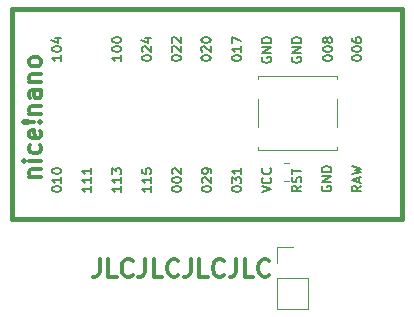
<source format=gbr>
%TF.GenerationSoftware,KiCad,Pcbnew,5.1.8*%
%TF.CreationDate,2020-12-03T05:05:08-06:00*%
%TF.ProjectId,fistion,66697374-696f-46e2-9e6b-696361645f70,rev?*%
%TF.SameCoordinates,Original*%
%TF.FileFunction,Legend,Top*%
%TF.FilePolarity,Positive*%
%FSLAX46Y46*%
G04 Gerber Fmt 4.6, Leading zero omitted, Abs format (unit mm)*
G04 Created by KiCad (PCBNEW 5.1.8) date 2020-12-03 05:05:08*
%MOMM*%
%LPD*%
G01*
G04 APERTURE LIST*
%ADD10C,0.300000*%
%ADD11C,0.120000*%
%ADD12C,0.381000*%
%ADD13C,0.150000*%
G04 APERTURE END LIST*
D10*
X134171428Y-99778571D02*
X134171428Y-100850000D01*
X134100000Y-101064285D01*
X133957142Y-101207142D01*
X133742857Y-101278571D01*
X133600000Y-101278571D01*
X135600000Y-101278571D02*
X134885714Y-101278571D01*
X134885714Y-99778571D01*
X136957142Y-101135714D02*
X136885714Y-101207142D01*
X136671428Y-101278571D01*
X136528571Y-101278571D01*
X136314285Y-101207142D01*
X136171428Y-101064285D01*
X136100000Y-100921428D01*
X136028571Y-100635714D01*
X136028571Y-100421428D01*
X136100000Y-100135714D01*
X136171428Y-99992857D01*
X136314285Y-99850000D01*
X136528571Y-99778571D01*
X136671428Y-99778571D01*
X136885714Y-99850000D01*
X136957142Y-99921428D01*
X138028571Y-99778571D02*
X138028571Y-100850000D01*
X137957142Y-101064285D01*
X137814285Y-101207142D01*
X137600000Y-101278571D01*
X137457142Y-101278571D01*
X139457142Y-101278571D02*
X138742857Y-101278571D01*
X138742857Y-99778571D01*
X140814285Y-101135714D02*
X140742857Y-101207142D01*
X140528571Y-101278571D01*
X140385714Y-101278571D01*
X140171428Y-101207142D01*
X140028571Y-101064285D01*
X139957142Y-100921428D01*
X139885714Y-100635714D01*
X139885714Y-100421428D01*
X139957142Y-100135714D01*
X140028571Y-99992857D01*
X140171428Y-99850000D01*
X140385714Y-99778571D01*
X140528571Y-99778571D01*
X140742857Y-99850000D01*
X140814285Y-99921428D01*
X141885714Y-99778571D02*
X141885714Y-100850000D01*
X141814285Y-101064285D01*
X141671428Y-101207142D01*
X141457142Y-101278571D01*
X141314285Y-101278571D01*
X143314285Y-101278571D02*
X142600000Y-101278571D01*
X142600000Y-99778571D01*
X144671428Y-101135714D02*
X144600000Y-101207142D01*
X144385714Y-101278571D01*
X144242857Y-101278571D01*
X144028571Y-101207142D01*
X143885714Y-101064285D01*
X143814285Y-100921428D01*
X143742857Y-100635714D01*
X143742857Y-100421428D01*
X143814285Y-100135714D01*
X143885714Y-99992857D01*
X144028571Y-99850000D01*
X144242857Y-99778571D01*
X144385714Y-99778571D01*
X144600000Y-99850000D01*
X144671428Y-99921428D01*
X145742857Y-99778571D02*
X145742857Y-100850000D01*
X145671428Y-101064285D01*
X145528571Y-101207142D01*
X145314285Y-101278571D01*
X145171428Y-101278571D01*
X147171428Y-101278571D02*
X146457142Y-101278571D01*
X146457142Y-99778571D01*
X148528571Y-101135714D02*
X148457142Y-101207142D01*
X148242857Y-101278571D01*
X148100000Y-101278571D01*
X147885714Y-101207142D01*
X147742857Y-101064285D01*
X147671428Y-100921428D01*
X147600000Y-100635714D01*
X147600000Y-100421428D01*
X147671428Y-100135714D01*
X147742857Y-99992857D01*
X147885714Y-99850000D01*
X148100000Y-99778571D01*
X148242857Y-99778571D01*
X148457142Y-99850000D01*
X148528571Y-99921428D01*
D11*
%TO.C,J4*%
X149170000Y-103970000D02*
X151830000Y-103970000D01*
X149170000Y-101370000D02*
X149170000Y-103970000D01*
X151830000Y-101370000D02*
X151830000Y-103970000D01*
X149170000Y-101370000D02*
X151830000Y-101370000D01*
X149170000Y-100100000D02*
X149170000Y-98770000D01*
X149170000Y-98770000D02*
X150500000Y-98770000D01*
%TO.C,PUSH2*%
X147550000Y-90500000D02*
X147550000Y-90300000D01*
X147550000Y-84300000D02*
X147550000Y-84500000D01*
X154250000Y-84300000D02*
X154250000Y-84500000D01*
X154250000Y-90500000D02*
X154250000Y-90300000D01*
X154250000Y-88600000D02*
X154250000Y-86200000D01*
X147550000Y-88600000D02*
X147550000Y-86200000D01*
X147550000Y-90500000D02*
X154250000Y-90500000D01*
X154250000Y-84300000D02*
X147550000Y-84300000D01*
D12*
%TO.C,U1*%
X157240000Y-78630000D02*
X126760000Y-78630000D01*
X126760000Y-78630000D02*
X126760000Y-96410000D01*
X126760000Y-96410000D02*
X157240000Y-96410000D01*
X157240000Y-96410000D02*
X159780000Y-96410000D01*
X159780000Y-96410000D02*
X159780000Y-78630000D01*
X159780000Y-78630000D02*
X157240000Y-78630000D01*
D11*
%TO.C,R2*%
X150227064Y-93135000D02*
X149772936Y-93135000D01*
X150227064Y-91665000D02*
X149772936Y-91665000D01*
%TO.C,U1*%
D10*
X128216571Y-92809714D02*
X129216571Y-92809714D01*
X128359428Y-92809714D02*
X128288000Y-92738285D01*
X128216571Y-92595428D01*
X128216571Y-92381142D01*
X128288000Y-92238285D01*
X128430857Y-92166857D01*
X129216571Y-92166857D01*
X129216571Y-91452571D02*
X128216571Y-91452571D01*
X127716571Y-91452571D02*
X127788000Y-91524000D01*
X127859428Y-91452571D01*
X127788000Y-91381142D01*
X127716571Y-91452571D01*
X127859428Y-91452571D01*
X129145142Y-90095428D02*
X129216571Y-90238285D01*
X129216571Y-90524000D01*
X129145142Y-90666857D01*
X129073714Y-90738285D01*
X128930857Y-90809714D01*
X128502285Y-90809714D01*
X128359428Y-90738285D01*
X128288000Y-90666857D01*
X128216571Y-90524000D01*
X128216571Y-90238285D01*
X128288000Y-90095428D01*
X129145142Y-88881142D02*
X129216571Y-89024000D01*
X129216571Y-89309714D01*
X129145142Y-89452571D01*
X129002285Y-89524000D01*
X128430857Y-89524000D01*
X128288000Y-89452571D01*
X128216571Y-89309714D01*
X128216571Y-89024000D01*
X128288000Y-88881142D01*
X128430857Y-88809714D01*
X128573714Y-88809714D01*
X128716571Y-89524000D01*
X129073714Y-88166857D02*
X129145142Y-88095428D01*
X129216571Y-88166857D01*
X129145142Y-88238285D01*
X129073714Y-88166857D01*
X129216571Y-88166857D01*
X128645142Y-88166857D02*
X127788000Y-88238285D01*
X127716571Y-88166857D01*
X127788000Y-88095428D01*
X128645142Y-88166857D01*
X127716571Y-88166857D01*
X128216571Y-87452571D02*
X129216571Y-87452571D01*
X128359428Y-87452571D02*
X128288000Y-87381142D01*
X128216571Y-87238285D01*
X128216571Y-87024000D01*
X128288000Y-86881142D01*
X128430857Y-86809714D01*
X129216571Y-86809714D01*
X129216571Y-85452571D02*
X128430857Y-85452571D01*
X128288000Y-85524000D01*
X128216571Y-85666857D01*
X128216571Y-85952571D01*
X128288000Y-86095428D01*
X129145142Y-85452571D02*
X129216571Y-85595428D01*
X129216571Y-85952571D01*
X129145142Y-86095428D01*
X129002285Y-86166857D01*
X128859428Y-86166857D01*
X128716571Y-86095428D01*
X128645142Y-85952571D01*
X128645142Y-85595428D01*
X128573714Y-85452571D01*
X128216571Y-84738285D02*
X129216571Y-84738285D01*
X128359428Y-84738285D02*
X128288000Y-84666857D01*
X128216571Y-84524000D01*
X128216571Y-84309714D01*
X128288000Y-84166857D01*
X128430857Y-84095428D01*
X129216571Y-84095428D01*
X129216571Y-83166857D02*
X129145142Y-83309714D01*
X129073714Y-83381142D01*
X128930857Y-83452571D01*
X128502285Y-83452571D01*
X128359428Y-83381142D01*
X128288000Y-83309714D01*
X128216571Y-83166857D01*
X128216571Y-82952571D01*
X128288000Y-82809714D01*
X128359428Y-82738285D01*
X128502285Y-82666857D01*
X128930857Y-82666857D01*
X129073714Y-82738285D01*
X129145142Y-82809714D01*
X129216571Y-82952571D01*
X129216571Y-83166857D01*
D13*
X130131904Y-93857191D02*
X130131904Y-93781000D01*
X130170000Y-93704810D01*
X130208095Y-93666714D01*
X130284285Y-93628619D01*
X130436666Y-93590524D01*
X130627142Y-93590524D01*
X130779523Y-93628619D01*
X130855714Y-93666714D01*
X130893809Y-93704810D01*
X130931904Y-93781000D01*
X130931904Y-93857191D01*
X130893809Y-93933381D01*
X130855714Y-93971476D01*
X130779523Y-94009571D01*
X130627142Y-94047667D01*
X130436666Y-94047667D01*
X130284285Y-94009571D01*
X130208095Y-93971476D01*
X130170000Y-93933381D01*
X130131904Y-93857191D01*
X130931904Y-92828619D02*
X130931904Y-93285762D01*
X130931904Y-93057191D02*
X130131904Y-93057191D01*
X130246190Y-93133381D01*
X130322380Y-93209571D01*
X130360476Y-93285762D01*
X130131904Y-92333381D02*
X130131904Y-92257191D01*
X130170000Y-92181000D01*
X130208095Y-92142905D01*
X130284285Y-92104810D01*
X130436666Y-92066714D01*
X130627142Y-92066714D01*
X130779523Y-92104810D01*
X130855714Y-92142905D01*
X130893809Y-92181000D01*
X130931904Y-92257191D01*
X130931904Y-92333381D01*
X130893809Y-92409571D01*
X130855714Y-92447667D01*
X130779523Y-92485762D01*
X130627142Y-92523857D01*
X130436666Y-92523857D01*
X130284285Y-92485762D01*
X130208095Y-92447667D01*
X130170000Y-92409571D01*
X130131904Y-92333381D01*
X138551904Y-93590524D02*
X138551904Y-94047667D01*
X138551904Y-93819095D02*
X137751904Y-93819095D01*
X137866190Y-93895286D01*
X137942380Y-93971476D01*
X137980476Y-94047667D01*
X138551904Y-92828619D02*
X138551904Y-93285762D01*
X138551904Y-93057191D02*
X137751904Y-93057191D01*
X137866190Y-93133381D01*
X137942380Y-93209571D01*
X137980476Y-93285762D01*
X137751904Y-92104810D02*
X137751904Y-92485762D01*
X138132857Y-92523857D01*
X138094761Y-92485762D01*
X138056666Y-92409571D01*
X138056666Y-92219095D01*
X138094761Y-92142905D01*
X138132857Y-92104810D01*
X138209047Y-92066714D01*
X138399523Y-92066714D01*
X138475714Y-92104810D01*
X138513809Y-92142905D01*
X138551904Y-92219095D01*
X138551904Y-92409571D01*
X138513809Y-92485762D01*
X138475714Y-92523857D01*
X140291904Y-93857191D02*
X140291904Y-93781000D01*
X140330000Y-93704810D01*
X140368095Y-93666714D01*
X140444285Y-93628619D01*
X140596666Y-93590524D01*
X140787142Y-93590524D01*
X140939523Y-93628619D01*
X141015714Y-93666714D01*
X141053809Y-93704810D01*
X141091904Y-93781000D01*
X141091904Y-93857191D01*
X141053809Y-93933381D01*
X141015714Y-93971476D01*
X140939523Y-94009571D01*
X140787142Y-94047667D01*
X140596666Y-94047667D01*
X140444285Y-94009571D01*
X140368095Y-93971476D01*
X140330000Y-93933381D01*
X140291904Y-93857191D01*
X140291904Y-93095286D02*
X140291904Y-93019095D01*
X140330000Y-92942905D01*
X140368095Y-92904810D01*
X140444285Y-92866714D01*
X140596666Y-92828619D01*
X140787142Y-92828619D01*
X140939523Y-92866714D01*
X141015714Y-92904810D01*
X141053809Y-92942905D01*
X141091904Y-93019095D01*
X141091904Y-93095286D01*
X141053809Y-93171476D01*
X141015714Y-93209571D01*
X140939523Y-93247667D01*
X140787142Y-93285762D01*
X140596666Y-93285762D01*
X140444285Y-93247667D01*
X140368095Y-93209571D01*
X140330000Y-93171476D01*
X140291904Y-93095286D01*
X140368095Y-92523857D02*
X140330000Y-92485762D01*
X140291904Y-92409571D01*
X140291904Y-92219095D01*
X140330000Y-92142905D01*
X140368095Y-92104810D01*
X140444285Y-92066714D01*
X140520476Y-92066714D01*
X140634761Y-92104810D01*
X141091904Y-92561952D01*
X141091904Y-92066714D01*
X142831904Y-93857191D02*
X142831904Y-93781000D01*
X142870000Y-93704810D01*
X142908095Y-93666714D01*
X142984285Y-93628619D01*
X143136666Y-93590524D01*
X143327142Y-93590524D01*
X143479523Y-93628619D01*
X143555714Y-93666714D01*
X143593809Y-93704810D01*
X143631904Y-93781000D01*
X143631904Y-93857191D01*
X143593809Y-93933381D01*
X143555714Y-93971476D01*
X143479523Y-94009571D01*
X143327142Y-94047667D01*
X143136666Y-94047667D01*
X142984285Y-94009571D01*
X142908095Y-93971476D01*
X142870000Y-93933381D01*
X142831904Y-93857191D01*
X142908095Y-93285762D02*
X142870000Y-93247667D01*
X142831904Y-93171476D01*
X142831904Y-92981000D01*
X142870000Y-92904810D01*
X142908095Y-92866714D01*
X142984285Y-92828619D01*
X143060476Y-92828619D01*
X143174761Y-92866714D01*
X143631904Y-93323857D01*
X143631904Y-92828619D01*
X143631904Y-92447667D02*
X143631904Y-92295286D01*
X143593809Y-92219095D01*
X143555714Y-92181000D01*
X143441428Y-92104810D01*
X143289047Y-92066714D01*
X142984285Y-92066714D01*
X142908095Y-92104810D01*
X142870000Y-92142905D01*
X142831904Y-92219095D01*
X142831904Y-92371476D01*
X142870000Y-92447667D01*
X142908095Y-92485762D01*
X142984285Y-92523857D01*
X143174761Y-92523857D01*
X143250952Y-92485762D01*
X143289047Y-92447667D01*
X143327142Y-92371476D01*
X143327142Y-92219095D01*
X143289047Y-92142905D01*
X143250952Y-92104810D01*
X143174761Y-92066714D01*
X156331904Y-93546095D02*
X155950952Y-93812762D01*
X156331904Y-94003238D02*
X155531904Y-94003238D01*
X155531904Y-93698476D01*
X155570000Y-93622286D01*
X155608095Y-93584191D01*
X155684285Y-93546095D01*
X155798571Y-93546095D01*
X155874761Y-93584191D01*
X155912857Y-93622286D01*
X155950952Y-93698476D01*
X155950952Y-94003238D01*
X156103333Y-93241334D02*
X156103333Y-92860381D01*
X156331904Y-93317524D02*
X155531904Y-93050857D01*
X156331904Y-92784191D01*
X155531904Y-92593715D02*
X156331904Y-92403238D01*
X155760476Y-92250857D01*
X156331904Y-92098476D01*
X155531904Y-91908000D01*
X153030000Y-93584190D02*
X152991904Y-93660381D01*
X152991904Y-93774667D01*
X153030000Y-93888952D01*
X153106190Y-93965143D01*
X153182380Y-94003238D01*
X153334761Y-94041333D01*
X153449047Y-94041333D01*
X153601428Y-94003238D01*
X153677619Y-93965143D01*
X153753809Y-93888952D01*
X153791904Y-93774667D01*
X153791904Y-93698476D01*
X153753809Y-93584190D01*
X153715714Y-93546095D01*
X153449047Y-93546095D01*
X153449047Y-93698476D01*
X153791904Y-93203238D02*
X152991904Y-93203238D01*
X153791904Y-92746095D01*
X152991904Y-92746095D01*
X153791904Y-92365143D02*
X152991904Y-92365143D01*
X152991904Y-92174667D01*
X153030000Y-92060381D01*
X153106190Y-91984190D01*
X153182380Y-91946095D01*
X153334761Y-91908000D01*
X153449047Y-91908000D01*
X153601428Y-91946095D01*
X153677619Y-91984190D01*
X153753809Y-92060381D01*
X153791904Y-92174667D01*
X153791904Y-92365143D01*
X151251904Y-93546095D02*
X150870952Y-93812761D01*
X151251904Y-94003238D02*
X150451904Y-94003238D01*
X150451904Y-93698476D01*
X150490000Y-93622285D01*
X150528095Y-93584190D01*
X150604285Y-93546095D01*
X150718571Y-93546095D01*
X150794761Y-93584190D01*
X150832857Y-93622285D01*
X150870952Y-93698476D01*
X150870952Y-94003238D01*
X151213809Y-93241333D02*
X151251904Y-93127047D01*
X151251904Y-92936571D01*
X151213809Y-92860380D01*
X151175714Y-92822285D01*
X151099523Y-92784190D01*
X151023333Y-92784190D01*
X150947142Y-92822285D01*
X150909047Y-92860380D01*
X150870952Y-92936571D01*
X150832857Y-93088952D01*
X150794761Y-93165142D01*
X150756666Y-93203238D01*
X150680476Y-93241333D01*
X150604285Y-93241333D01*
X150528095Y-93203238D01*
X150490000Y-93165142D01*
X150451904Y-93088952D01*
X150451904Y-92898476D01*
X150490000Y-92784190D01*
X150451904Y-92555619D02*
X150451904Y-92098476D01*
X151251904Y-92327047D02*
X150451904Y-92327047D01*
X147911904Y-94123857D02*
X148711904Y-93857191D01*
X147911904Y-93590524D01*
X148635714Y-92866714D02*
X148673809Y-92904810D01*
X148711904Y-93019095D01*
X148711904Y-93095286D01*
X148673809Y-93209571D01*
X148597619Y-93285762D01*
X148521428Y-93323857D01*
X148369047Y-93361952D01*
X148254761Y-93361952D01*
X148102380Y-93323857D01*
X148026190Y-93285762D01*
X147950000Y-93209571D01*
X147911904Y-93095286D01*
X147911904Y-93019095D01*
X147950000Y-92904810D01*
X147988095Y-92866714D01*
X148635714Y-92066714D02*
X148673809Y-92104810D01*
X148711904Y-92219095D01*
X148711904Y-92295286D01*
X148673809Y-92409571D01*
X148597619Y-92485762D01*
X148521428Y-92523857D01*
X148369047Y-92561952D01*
X148254761Y-92561952D01*
X148102380Y-92523857D01*
X148026190Y-92485762D01*
X147950000Y-92409571D01*
X147911904Y-92295286D01*
X147911904Y-92219095D01*
X147950000Y-92104810D01*
X147988095Y-92066714D01*
X145371904Y-93857191D02*
X145371904Y-93781000D01*
X145410000Y-93704810D01*
X145448095Y-93666714D01*
X145524285Y-93628619D01*
X145676666Y-93590524D01*
X145867142Y-93590524D01*
X146019523Y-93628619D01*
X146095714Y-93666714D01*
X146133809Y-93704810D01*
X146171904Y-93781000D01*
X146171904Y-93857191D01*
X146133809Y-93933381D01*
X146095714Y-93971476D01*
X146019523Y-94009571D01*
X145867142Y-94047667D01*
X145676666Y-94047667D01*
X145524285Y-94009571D01*
X145448095Y-93971476D01*
X145410000Y-93933381D01*
X145371904Y-93857191D01*
X145371904Y-93323857D02*
X145371904Y-92828619D01*
X145676666Y-93095286D01*
X145676666Y-92981000D01*
X145714761Y-92904810D01*
X145752857Y-92866714D01*
X145829047Y-92828619D01*
X146019523Y-92828619D01*
X146095714Y-92866714D01*
X146133809Y-92904810D01*
X146171904Y-92981000D01*
X146171904Y-93209571D01*
X146133809Y-93285762D01*
X146095714Y-93323857D01*
X146171904Y-92066714D02*
X146171904Y-92523857D01*
X146171904Y-92295286D02*
X145371904Y-92295286D01*
X145486190Y-92371476D01*
X145562380Y-92447667D01*
X145600476Y-92523857D01*
X136011904Y-93590524D02*
X136011904Y-94047667D01*
X136011904Y-93819095D02*
X135211904Y-93819095D01*
X135326190Y-93895286D01*
X135402380Y-93971476D01*
X135440476Y-94047667D01*
X136011904Y-92828619D02*
X136011904Y-93285762D01*
X136011904Y-93057191D02*
X135211904Y-93057191D01*
X135326190Y-93133381D01*
X135402380Y-93209571D01*
X135440476Y-93285762D01*
X135211904Y-92561952D02*
X135211904Y-92066714D01*
X135516666Y-92333381D01*
X135516666Y-92219095D01*
X135554761Y-92142905D01*
X135592857Y-92104810D01*
X135669047Y-92066714D01*
X135859523Y-92066714D01*
X135935714Y-92104810D01*
X135973809Y-92142905D01*
X136011904Y-92219095D01*
X136011904Y-92447667D01*
X135973809Y-92523857D01*
X135935714Y-92561952D01*
X133471904Y-93590524D02*
X133471904Y-94047667D01*
X133471904Y-93819095D02*
X132671904Y-93819095D01*
X132786190Y-93895286D01*
X132862380Y-93971476D01*
X132900476Y-94047667D01*
X133471904Y-92828619D02*
X133471904Y-93285762D01*
X133471904Y-93057191D02*
X132671904Y-93057191D01*
X132786190Y-93133381D01*
X132862380Y-93209571D01*
X132900476Y-93285762D01*
X133471904Y-92066714D02*
X133471904Y-92523857D01*
X133471904Y-92295286D02*
X132671904Y-92295286D01*
X132786190Y-92371476D01*
X132862380Y-92447667D01*
X132900476Y-92523857D01*
X130931904Y-82516143D02*
X130931904Y-82973286D01*
X130931904Y-82744714D02*
X130131904Y-82744714D01*
X130246190Y-82820905D01*
X130322380Y-82897095D01*
X130360476Y-82973286D01*
X130131904Y-82020905D02*
X130131904Y-81944714D01*
X130170000Y-81868524D01*
X130208095Y-81830429D01*
X130284285Y-81792333D01*
X130436666Y-81754238D01*
X130627142Y-81754238D01*
X130779523Y-81792333D01*
X130855714Y-81830429D01*
X130893809Y-81868524D01*
X130931904Y-81944714D01*
X130931904Y-82020905D01*
X130893809Y-82097095D01*
X130855714Y-82135190D01*
X130779523Y-82173286D01*
X130627142Y-82211381D01*
X130436666Y-82211381D01*
X130284285Y-82173286D01*
X130208095Y-82135190D01*
X130170000Y-82097095D01*
X130131904Y-82020905D01*
X130398571Y-81068524D02*
X130931904Y-81068524D01*
X130093809Y-81259000D02*
X130665238Y-81449476D01*
X130665238Y-80954238D01*
X136011904Y-82516143D02*
X136011904Y-82973286D01*
X136011904Y-82744714D02*
X135211904Y-82744714D01*
X135326190Y-82820905D01*
X135402380Y-82897095D01*
X135440476Y-82973286D01*
X135211904Y-82020905D02*
X135211904Y-81944714D01*
X135250000Y-81868524D01*
X135288095Y-81830429D01*
X135364285Y-81792333D01*
X135516666Y-81754238D01*
X135707142Y-81754238D01*
X135859523Y-81792333D01*
X135935714Y-81830429D01*
X135973809Y-81868524D01*
X136011904Y-81944714D01*
X136011904Y-82020905D01*
X135973809Y-82097095D01*
X135935714Y-82135190D01*
X135859523Y-82173286D01*
X135707142Y-82211381D01*
X135516666Y-82211381D01*
X135364285Y-82173286D01*
X135288095Y-82135190D01*
X135250000Y-82097095D01*
X135211904Y-82020905D01*
X135211904Y-81259000D02*
X135211904Y-81182810D01*
X135250000Y-81106619D01*
X135288095Y-81068524D01*
X135364285Y-81030429D01*
X135516666Y-80992333D01*
X135707142Y-80992333D01*
X135859523Y-81030429D01*
X135935714Y-81068524D01*
X135973809Y-81106619D01*
X136011904Y-81182810D01*
X136011904Y-81259000D01*
X135973809Y-81335190D01*
X135935714Y-81373286D01*
X135859523Y-81411381D01*
X135707142Y-81449476D01*
X135516666Y-81449476D01*
X135364285Y-81411381D01*
X135288095Y-81373286D01*
X135250000Y-81335190D01*
X135211904Y-81259000D01*
X137751904Y-82782810D02*
X137751904Y-82706619D01*
X137790000Y-82630429D01*
X137828095Y-82592333D01*
X137904285Y-82554238D01*
X138056666Y-82516143D01*
X138247142Y-82516143D01*
X138399523Y-82554238D01*
X138475714Y-82592333D01*
X138513809Y-82630429D01*
X138551904Y-82706619D01*
X138551904Y-82782810D01*
X138513809Y-82859000D01*
X138475714Y-82897095D01*
X138399523Y-82935190D01*
X138247142Y-82973286D01*
X138056666Y-82973286D01*
X137904285Y-82935190D01*
X137828095Y-82897095D01*
X137790000Y-82859000D01*
X137751904Y-82782810D01*
X137828095Y-82211381D02*
X137790000Y-82173286D01*
X137751904Y-82097095D01*
X137751904Y-81906619D01*
X137790000Y-81830429D01*
X137828095Y-81792333D01*
X137904285Y-81754238D01*
X137980476Y-81754238D01*
X138094761Y-81792333D01*
X138551904Y-82249476D01*
X138551904Y-81754238D01*
X138018571Y-81068524D02*
X138551904Y-81068524D01*
X137713809Y-81259000D02*
X138285238Y-81449476D01*
X138285238Y-80954238D01*
X140261904Y-82782810D02*
X140261904Y-82706619D01*
X140300000Y-82630429D01*
X140338095Y-82592333D01*
X140414285Y-82554238D01*
X140566666Y-82516143D01*
X140757142Y-82516143D01*
X140909523Y-82554238D01*
X140985714Y-82592333D01*
X141023809Y-82630429D01*
X141061904Y-82706619D01*
X141061904Y-82782810D01*
X141023809Y-82859000D01*
X140985714Y-82897095D01*
X140909523Y-82935190D01*
X140757142Y-82973286D01*
X140566666Y-82973286D01*
X140414285Y-82935190D01*
X140338095Y-82897095D01*
X140300000Y-82859000D01*
X140261904Y-82782810D01*
X140338095Y-82211381D02*
X140300000Y-82173286D01*
X140261904Y-82097095D01*
X140261904Y-81906619D01*
X140300000Y-81830429D01*
X140338095Y-81792333D01*
X140414285Y-81754238D01*
X140490476Y-81754238D01*
X140604761Y-81792333D01*
X141061904Y-82249476D01*
X141061904Y-81754238D01*
X140338095Y-81449476D02*
X140300000Y-81411381D01*
X140261904Y-81335190D01*
X140261904Y-81144714D01*
X140300000Y-81068524D01*
X140338095Y-81030429D01*
X140414285Y-80992333D01*
X140490476Y-80992333D01*
X140604761Y-81030429D01*
X141061904Y-81487571D01*
X141061904Y-80992333D01*
X150490000Y-82668523D02*
X150451904Y-82744714D01*
X150451904Y-82859000D01*
X150490000Y-82973285D01*
X150566190Y-83049476D01*
X150642380Y-83087571D01*
X150794761Y-83125666D01*
X150909047Y-83125666D01*
X151061428Y-83087571D01*
X151137619Y-83049476D01*
X151213809Y-82973285D01*
X151251904Y-82859000D01*
X151251904Y-82782809D01*
X151213809Y-82668523D01*
X151175714Y-82630428D01*
X150909047Y-82630428D01*
X150909047Y-82782809D01*
X151251904Y-82287571D02*
X150451904Y-82287571D01*
X151251904Y-81830428D01*
X150451904Y-81830428D01*
X151251904Y-81449476D02*
X150451904Y-81449476D01*
X150451904Y-81259000D01*
X150490000Y-81144714D01*
X150566190Y-81068523D01*
X150642380Y-81030428D01*
X150794761Y-80992333D01*
X150909047Y-80992333D01*
X151061428Y-81030428D01*
X151137619Y-81068523D01*
X151213809Y-81144714D01*
X151251904Y-81259000D01*
X151251904Y-81449476D01*
X147950000Y-82668523D02*
X147911904Y-82744714D01*
X147911904Y-82859000D01*
X147950000Y-82973285D01*
X148026190Y-83049476D01*
X148102380Y-83087571D01*
X148254761Y-83125666D01*
X148369047Y-83125666D01*
X148521428Y-83087571D01*
X148597619Y-83049476D01*
X148673809Y-82973285D01*
X148711904Y-82859000D01*
X148711904Y-82782809D01*
X148673809Y-82668523D01*
X148635714Y-82630428D01*
X148369047Y-82630428D01*
X148369047Y-82782809D01*
X148711904Y-82287571D02*
X147911904Y-82287571D01*
X148711904Y-81830428D01*
X147911904Y-81830428D01*
X148711904Y-81449476D02*
X147911904Y-81449476D01*
X147911904Y-81259000D01*
X147950000Y-81144714D01*
X148026190Y-81068523D01*
X148102380Y-81030428D01*
X148254761Y-80992333D01*
X148369047Y-80992333D01*
X148521428Y-81030428D01*
X148597619Y-81068523D01*
X148673809Y-81144714D01*
X148711904Y-81259000D01*
X148711904Y-81449476D01*
X145361904Y-82782810D02*
X145361904Y-82706619D01*
X145400000Y-82630429D01*
X145438095Y-82592333D01*
X145514285Y-82554238D01*
X145666666Y-82516143D01*
X145857142Y-82516143D01*
X146009523Y-82554238D01*
X146085714Y-82592333D01*
X146123809Y-82630429D01*
X146161904Y-82706619D01*
X146161904Y-82782810D01*
X146123809Y-82859000D01*
X146085714Y-82897095D01*
X146009523Y-82935190D01*
X145857142Y-82973286D01*
X145666666Y-82973286D01*
X145514285Y-82935190D01*
X145438095Y-82897095D01*
X145400000Y-82859000D01*
X145361904Y-82782810D01*
X146161904Y-81754238D02*
X146161904Y-82211381D01*
X146161904Y-81982810D02*
X145361904Y-81982810D01*
X145476190Y-82059000D01*
X145552380Y-82135190D01*
X145590476Y-82211381D01*
X145361904Y-81487571D02*
X145361904Y-80954238D01*
X146161904Y-81297095D01*
X142761904Y-82782810D02*
X142761904Y-82706619D01*
X142800000Y-82630429D01*
X142838095Y-82592333D01*
X142914285Y-82554238D01*
X143066666Y-82516143D01*
X143257142Y-82516143D01*
X143409523Y-82554238D01*
X143485714Y-82592333D01*
X143523809Y-82630429D01*
X143561904Y-82706619D01*
X143561904Y-82782810D01*
X143523809Y-82859000D01*
X143485714Y-82897095D01*
X143409523Y-82935190D01*
X143257142Y-82973286D01*
X143066666Y-82973286D01*
X142914285Y-82935190D01*
X142838095Y-82897095D01*
X142800000Y-82859000D01*
X142761904Y-82782810D01*
X142838095Y-82211381D02*
X142800000Y-82173286D01*
X142761904Y-82097095D01*
X142761904Y-81906619D01*
X142800000Y-81830429D01*
X142838095Y-81792333D01*
X142914285Y-81754238D01*
X142990476Y-81754238D01*
X143104761Y-81792333D01*
X143561904Y-82249476D01*
X143561904Y-81754238D01*
X142761904Y-81259000D02*
X142761904Y-81182810D01*
X142800000Y-81106619D01*
X142838095Y-81068524D01*
X142914285Y-81030429D01*
X143066666Y-80992333D01*
X143257142Y-80992333D01*
X143409523Y-81030429D01*
X143485714Y-81068524D01*
X143523809Y-81106619D01*
X143561904Y-81182810D01*
X143561904Y-81259000D01*
X143523809Y-81335190D01*
X143485714Y-81373286D01*
X143409523Y-81411381D01*
X143257142Y-81449476D01*
X143066666Y-81449476D01*
X142914285Y-81411381D01*
X142838095Y-81373286D01*
X142800000Y-81335190D01*
X142761904Y-81259000D01*
X153061904Y-82782810D02*
X153061904Y-82706619D01*
X153100000Y-82630429D01*
X153138095Y-82592333D01*
X153214285Y-82554238D01*
X153366666Y-82516143D01*
X153557142Y-82516143D01*
X153709523Y-82554238D01*
X153785714Y-82592333D01*
X153823809Y-82630429D01*
X153861904Y-82706619D01*
X153861904Y-82782810D01*
X153823809Y-82859000D01*
X153785714Y-82897095D01*
X153709523Y-82935190D01*
X153557142Y-82973286D01*
X153366666Y-82973286D01*
X153214285Y-82935190D01*
X153138095Y-82897095D01*
X153100000Y-82859000D01*
X153061904Y-82782810D01*
X153061904Y-82020905D02*
X153061904Y-81944714D01*
X153100000Y-81868524D01*
X153138095Y-81830429D01*
X153214285Y-81792333D01*
X153366666Y-81754238D01*
X153557142Y-81754238D01*
X153709523Y-81792333D01*
X153785714Y-81830429D01*
X153823809Y-81868524D01*
X153861904Y-81944714D01*
X153861904Y-82020905D01*
X153823809Y-82097095D01*
X153785714Y-82135190D01*
X153709523Y-82173286D01*
X153557142Y-82211381D01*
X153366666Y-82211381D01*
X153214285Y-82173286D01*
X153138095Y-82135190D01*
X153100000Y-82097095D01*
X153061904Y-82020905D01*
X153404761Y-81297095D02*
X153366666Y-81373286D01*
X153328571Y-81411381D01*
X153252380Y-81449476D01*
X153214285Y-81449476D01*
X153138095Y-81411381D01*
X153100000Y-81373286D01*
X153061904Y-81297095D01*
X153061904Y-81144714D01*
X153100000Y-81068524D01*
X153138095Y-81030429D01*
X153214285Y-80992333D01*
X153252380Y-80992333D01*
X153328571Y-81030429D01*
X153366666Y-81068524D01*
X153404761Y-81144714D01*
X153404761Y-81297095D01*
X153442857Y-81373286D01*
X153480952Y-81411381D01*
X153557142Y-81449476D01*
X153709523Y-81449476D01*
X153785714Y-81411381D01*
X153823809Y-81373286D01*
X153861904Y-81297095D01*
X153861904Y-81144714D01*
X153823809Y-81068524D01*
X153785714Y-81030429D01*
X153709523Y-80992333D01*
X153557142Y-80992333D01*
X153480952Y-81030429D01*
X153442857Y-81068524D01*
X153404761Y-81144714D01*
X155531904Y-82782810D02*
X155531904Y-82706619D01*
X155570000Y-82630429D01*
X155608095Y-82592333D01*
X155684285Y-82554238D01*
X155836666Y-82516143D01*
X156027142Y-82516143D01*
X156179523Y-82554238D01*
X156255714Y-82592333D01*
X156293809Y-82630429D01*
X156331904Y-82706619D01*
X156331904Y-82782810D01*
X156293809Y-82859000D01*
X156255714Y-82897095D01*
X156179523Y-82935190D01*
X156027142Y-82973286D01*
X155836666Y-82973286D01*
X155684285Y-82935190D01*
X155608095Y-82897095D01*
X155570000Y-82859000D01*
X155531904Y-82782810D01*
X155531904Y-82020905D02*
X155531904Y-81944714D01*
X155570000Y-81868524D01*
X155608095Y-81830429D01*
X155684285Y-81792333D01*
X155836666Y-81754238D01*
X156027142Y-81754238D01*
X156179523Y-81792333D01*
X156255714Y-81830429D01*
X156293809Y-81868524D01*
X156331904Y-81944714D01*
X156331904Y-82020905D01*
X156293809Y-82097095D01*
X156255714Y-82135190D01*
X156179523Y-82173286D01*
X156027142Y-82211381D01*
X155836666Y-82211381D01*
X155684285Y-82173286D01*
X155608095Y-82135190D01*
X155570000Y-82097095D01*
X155531904Y-82020905D01*
X155531904Y-81068524D02*
X155531904Y-81220905D01*
X155570000Y-81297095D01*
X155608095Y-81335190D01*
X155722380Y-81411381D01*
X155874761Y-81449476D01*
X156179523Y-81449476D01*
X156255714Y-81411381D01*
X156293809Y-81373286D01*
X156331904Y-81297095D01*
X156331904Y-81144714D01*
X156293809Y-81068524D01*
X156255714Y-81030429D01*
X156179523Y-80992333D01*
X155989047Y-80992333D01*
X155912857Y-81030429D01*
X155874761Y-81068524D01*
X155836666Y-81144714D01*
X155836666Y-81297095D01*
X155874761Y-81373286D01*
X155912857Y-81411381D01*
X155989047Y-81449476D01*
%TD*%
M02*

</source>
